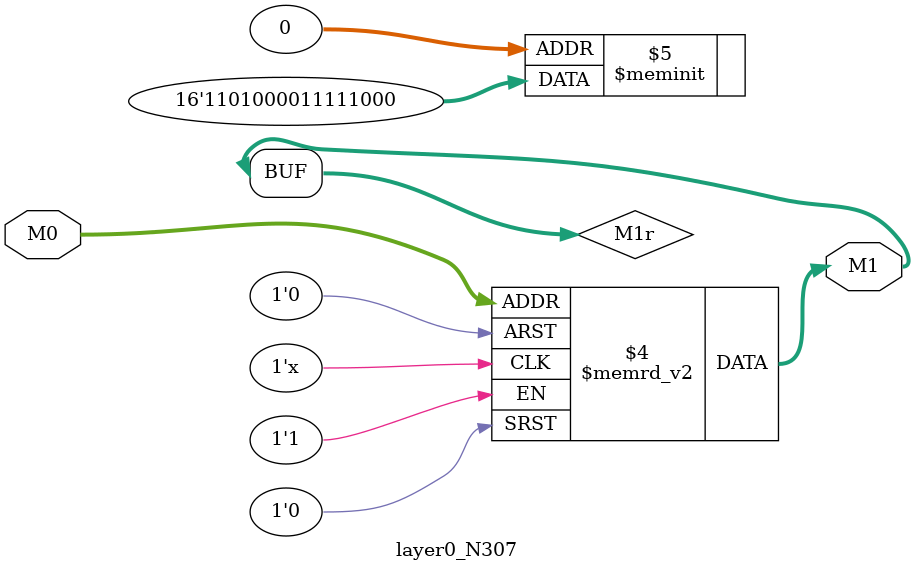
<source format=v>
module layer0_N307 ( input [2:0] M0, output [1:0] M1 );

	(*rom_style = "distributed" *) reg [1:0] M1r;
	assign M1 = M1r;
	always @ (M0) begin
		case (M0)
			3'b000: M1r = 2'b00;
			3'b100: M1r = 2'b00;
			3'b010: M1r = 2'b11;
			3'b110: M1r = 2'b01;
			3'b001: M1r = 2'b10;
			3'b101: M1r = 2'b00;
			3'b011: M1r = 2'b11;
			3'b111: M1r = 2'b11;

		endcase
	end
endmodule

</source>
